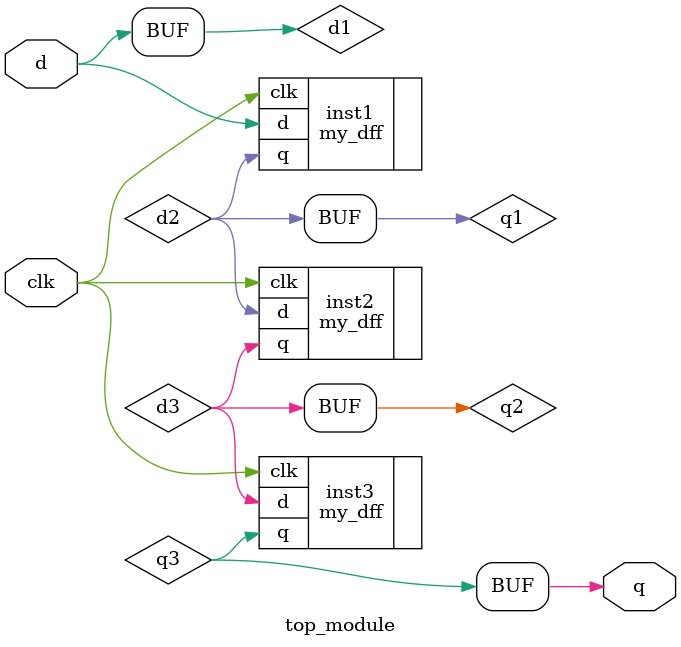
<source format=sv>
module top_module ( input clk, input d, output q );
    wire d1, d2, d3, q1, q2, q3;
    
    assign d1 = d;
    assign d2 = q1;
    assign d3 = q2;
    assign q = q3;
    
    my_dff inst1( .clk (clk), .d(d1), .q(q1));
    my_dff inst2( .clk (clk), .d(d2), .q(q2));
    my_dff inst3( .clk (clk), .d(d3), .q(q3));
    
   
    
endmodule

</source>
